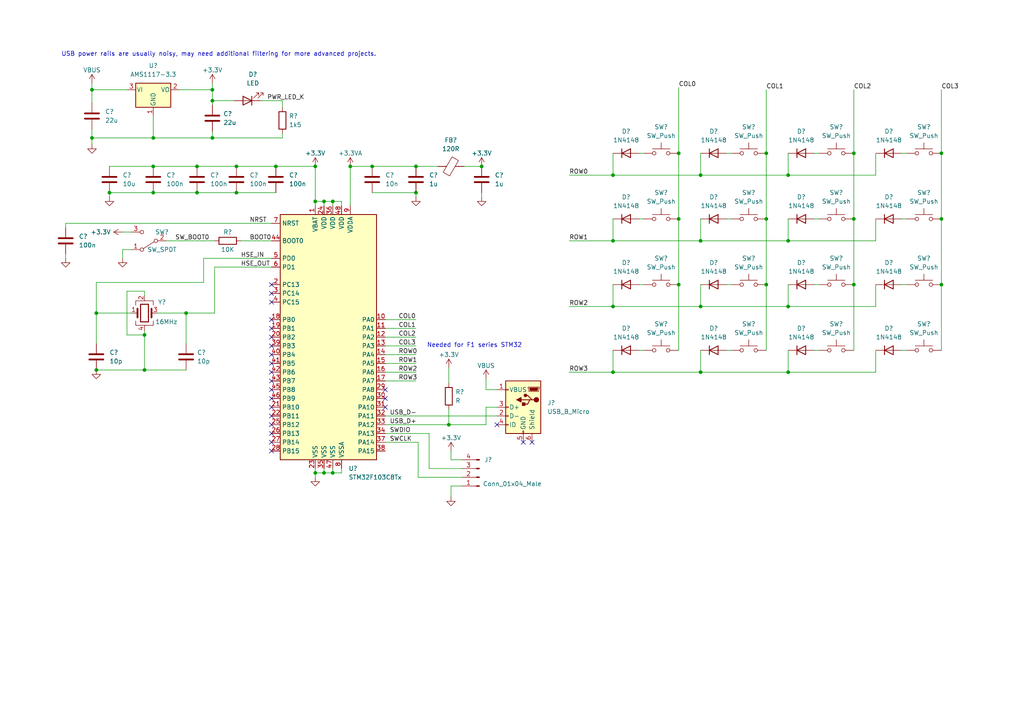
<source format=kicad_sch>
(kicad_sch (version 20211123) (generator eeschema)
  (paper "A4")
  (lib_symbols
    (symbol "Connector:Conn_01x04_Male" (pin_names (offset 1.016) hide)
      (property "Reference" "J" (at 0 5.08 0))
      (property "Value" "Conn_01x04_Male" (at 0 -7.62 0))
      (symbol "Conn_01x04_Male_1_1"
        (polyline (pts (xy 1.27 -5.08) (xy 0.8636 -5.08)) (stroke (width 0.1524)))
        (polyline (pts (xy 1.27 -2.54) (xy 0.8636 -2.54)) (stroke (width 0.1524)))
        (polyline (pts (xy 1.27 0) (xy 0.8636 0)) (stroke (width 0.1524)))
        (polyline (pts (xy 1.27 2.54) (xy 0.8636 2.54)) (stroke (width 0.1524)))
        (rectangle (start 0.8636 -4.953) (end 0 -5.207) (stroke (width 0.1524)) (fill (type outline)))
        (rectangle (start 0.8636 -2.413) (end 0 -2.667) (stroke (width 0.1524)) (fill (type outline)))
        (rectangle (start 0.8636 0.127) (end 0 -0.127) (stroke (width 0.1524)) (fill (type outline)))
        (rectangle (start 0.8636 2.667) (end 0 2.413) (stroke (width 0.1524)) (fill (type outline)))
        (pin passive line (at 5.08 2.54 180) (length 3.81) (name "Pin_1") (number "1"))
        (pin passive line (at 5.08 0 180) (length 3.81) (name "Pin_2") (number "2"))
        (pin passive line (at 5.08 -2.54 180) (length 3.81) (name "Pin_3") (number "3"))
        (pin passive line (at 5.08 -5.08 180) (length 3.81) (name "Pin_4") (number "4"))
      )
    )
    (symbol "Connector:USB_B_Micro" (pin_names (offset 1.016))
      (property "Reference" "J" (at -5.08 11.43 0))
      (property "Value" "USB_B_Micro" (at -5.08 8.89 0))
      (symbol "USB_B_Micro_0_1"
        (rectangle (start -5.08 -7.62) (end 5.08 7.62) (stroke (width 0.254)) (fill (type background)))
        (circle (center -3.81 2.159) (radius 0.635) (stroke (width 0.254)) (fill (type outline)))
        (circle (center -0.635 3.429) (radius 0.381) (stroke (width 0.254)) (fill (type outline)))
        (rectangle (start -0.127 -7.62) (end 0.127 -6.858))
        (polyline (pts (xy -1.905 2.159) (xy 0.635 2.159)) (stroke (width 0.254)))
        (polyline (pts (xy -3.175 2.159) (xy -2.54 2.159) (xy -1.27 3.429) (xy -0.635 3.429)) (stroke (width 0.254)))
        (polyline (pts (xy -2.54 2.159) (xy -1.905 2.159) (xy -1.27 0.889) (xy 0 0.889)) (stroke (width 0.254)))
        (polyline (pts (xy 0.635 2.794) (xy 0.635 1.524) (xy 1.905 2.159) (xy 0.635 2.794)) (stroke (width 0.254)) (fill (type outline)))
        (polyline (pts (xy -4.318 5.588) (xy -1.778 5.588) (xy -2.032 4.826) (xy -4.064 4.826) (xy -4.318 5.588)) (fill (type outline)))
        (polyline (pts (xy -4.699 5.842) (xy -4.699 5.588) (xy -4.445 4.826) (xy -4.445 4.572) (xy -1.651 4.572) (xy -1.651 4.826) (xy -1.397 5.588) (xy -1.397 5.842) (xy -4.699 5.842)))
        (rectangle (start 0.254 1.27) (end -0.508 0.508) (stroke (width 0.254)) (fill (type outline)))
        (rectangle (start 5.08 -5.207) (end 4.318 -4.953))
        (rectangle (start 5.08 -2.667) (end 4.318 -2.413))
        (rectangle (start 5.08 -0.127) (end 4.318 0.127))
        (rectangle (start 5.08 4.953) (end 4.318 5.207))
      )
      (symbol "USB_B_Micro_1_1"
        (pin power_out line (at 7.62 5.08 180) (length 2.54) (name "VBUS") (number "1"))
        (pin bidirectional line (at 7.62 -2.54 180) (length 2.54) (name "D-") (number "2"))
        (pin bidirectional line (at 7.62 0 180) (length 2.54) (name "D+") (number "3"))
        (pin passive line (at 7.62 -5.08 180) (length 2.54) (name "ID") (number "4"))
        (pin power_out line (at 0 -10.16 90) (length 2.54) (name "GND") (number "5"))
        (pin passive line (at -2.54 -10.16 90) (length 2.54) (name "Shield") (number "6"))
      )
    )
    (symbol "Device:C" (pin_numbers hide) (pin_names (offset 0.254))
      (property "Reference" "C" (at 0.635 2.54 0))
      (property "Value" "C" (at 0.635 -2.54 0))
      (symbol "C_0_1"
        (polyline (pts (xy -2.032 -0.762) (xy 2.032 -0.762)) (stroke (width 0.508)))
        (polyline (pts (xy -2.032 0.762) (xy 2.032 0.762)) (stroke (width 0.508)))
      )
      (symbol "C_1_1"
        (pin passive line (at 0 3.81 270) (length 2.794) (name "~") (number "1"))
        (pin passive line (at 0 -3.81 90) (length 2.794) (name "~") (number "2"))
      )
    )
    (symbol "Device:Crystal_GND24" (pin_names (offset 1.016) hide)
      (property "Reference" "Y" (at 3.175 5.08 0))
      (property "Value" "Crystal_GND24" (at 3.175 3.175 0))
      (symbol "Crystal_GND24_0_1"
        (rectangle (start -1.143 2.54) (end 1.143 -2.54) (stroke (width 0.3048)))
        (polyline (pts (xy -2.54 0) (xy -2.032 0)))
        (polyline (pts (xy -2.032 -1.27) (xy -2.032 1.27)) (stroke (width 0.508)))
        (polyline (pts (xy 0 -3.81) (xy 0 -3.556)))
        (polyline (pts (xy 0 3.556) (xy 0 3.81)))
        (polyline (pts (xy 2.032 -1.27) (xy 2.032 1.27)) (stroke (width 0.508)))
        (polyline (pts (xy 2.032 0) (xy 2.54 0)))
        (polyline (pts (xy -2.54 -2.286) (xy -2.54 -3.556) (xy 2.54 -3.556) (xy 2.54 -2.286)))
        (polyline (pts (xy -2.54 2.286) (xy -2.54 3.556) (xy 2.54 3.556) (xy 2.54 2.286)))
      )
      (symbol "Crystal_GND24_1_1"
        (pin passive line (at -3.81 0 0) (length 1.27) (name "1") (number "1"))
        (pin passive line (at 0 5.08 270) (length 1.27) (name "2") (number "2"))
        (pin passive line (at 3.81 0 180) (length 1.27) (name "3") (number "3"))
        (pin passive line (at 0 -5.08 90) (length 1.27) (name "4") (number "4"))
      )
    )
    (symbol "Device:FerriteBead" (pin_numbers hide) (pin_names (offset 0))
      (property "Reference" "FB" (at -3.81 0.635 90))
      (property "Value" "FerriteBead" (at 3.81 0 90))
      (symbol "FerriteBead_0_1"
        (polyline (pts (xy 0 -1.27) (xy 0 -1.2192)))
        (polyline (pts (xy 0 1.27) (xy 0 1.2954)))
        (polyline (pts (xy -2.7686 0.4064) (xy -1.7018 2.2606) (xy 2.7686 -0.3048) (xy 1.6764 -2.159) (xy -2.7686 0.4064)))
      )
      (symbol "FerriteBead_1_1"
        (pin passive line (at 0 3.81 270) (length 2.54) (name "~") (number "1"))
        (pin passive line (at 0 -3.81 90) (length 2.54) (name "~") (number "2"))
      )
    )
    (symbol "Device:LED" (pin_numbers hide) (pin_names (offset 1.016) hide)
      (property "Reference" "D" (at 0 2.54 0))
      (property "Value" "LED" (at 0 -2.54 0))
      (symbol "LED_0_1"
        (polyline (pts (xy -1.27 -1.27) (xy -1.27 1.27)) (stroke (width 0.254)))
        (polyline (pts (xy -1.27 0) (xy 1.27 0)))
        (polyline (pts (xy 1.27 -1.27) (xy 1.27 1.27) (xy -1.27 0) (xy 1.27 -1.27)) (stroke (width 0.254)))
        (polyline (pts (xy -3.048 -0.762) (xy -4.572 -2.286) (xy -3.81 -2.286) (xy -4.572 -2.286) (xy -4.572 -1.524)))
        (polyline (pts (xy -1.778 -0.762) (xy -3.302 -2.286) (xy -2.54 -2.286) (xy -3.302 -2.286) (xy -3.302 -1.524)))
      )
      (symbol "LED_1_1"
        (pin passive line (at -3.81 0 0) (length 2.54) (name "K") (number "1"))
        (pin passive line (at 3.81 0 180) (length 2.54) (name "A") (number "2"))
      )
    )
    (symbol "Device:R" (pin_numbers hide) (pin_names (offset 0))
      (property "Reference" "R" (at 2.032 0 90))
      (property "Value" "R" (at 0 0 90))
      (symbol "R_0_1"
        (rectangle (start -1.016 -2.54) (end 1.016 2.54) (stroke (width 0.254)))
      )
      (symbol "R_1_1"
        (pin passive line (at 0 3.81 270) (length 1.27) (name "~") (number "1"))
        (pin passive line (at 0 -3.81 90) (length 1.27) (name "~") (number "2"))
      )
    )
    (symbol "Diode:1N4148" (pin_numbers hide) (pin_names hide)
      (property "Reference" "D" (at 0 2.54 0))
      (property "Value" "1N4148" (at 0 -2.54 0))
      (symbol "1N4148_0_1"
        (polyline (pts (xy -1.27 1.27) (xy -1.27 -1.27)) (stroke (width 0.254)))
        (polyline (pts (xy 1.27 0) (xy -1.27 0)))
        (polyline (pts (xy 1.27 1.27) (xy 1.27 -1.27) (xy -1.27 0) (xy 1.27 1.27)) (stroke (width 0.254)))
      )
      (symbol "1N4148_1_1"
        (pin passive line (at -3.81 0 0) (length 2.54) (name "K") (number "1"))
        (pin passive line (at 3.81 0 180) (length 2.54) (name "A") (number "2"))
      )
    )
    (symbol "MCU_ST_STM32F1:STM32F103C8Tx"
      (property "Reference" "U" (at -15.24 36.83 0))
      (property "Value" "STM32F103C8Tx" (at 7.62 36.83 0))
      (symbol "STM32F103C8Tx_0_1"
        (rectangle (start -15.24 -35.56) (end 12.7 35.56) (stroke (width 0.254)) (fill (type background)))
      )
      (symbol "STM32F103C8Tx_1_1"
        (pin power_in line (at -5.08 38.1 270) (length 2.54) (name "VBAT") (number "1"))
        (pin bidirectional line (at 15.24 5.08 180) (length 2.54) (name "PA0") (number "10"))
        (pin bidirectional line (at 15.24 2.54 180) (length 2.54) (name "PA1") (number "11"))
        (pin bidirectional line (at 15.24 0 180) (length 2.54) (name "PA2") (number "12"))
        (pin bidirectional line (at 15.24 -2.54 180) (length 2.54) (name "PA3") (number "13"))
        (pin bidirectional line (at 15.24 -5.08 180) (length 2.54) (name "PA4") (number "14"))
        (pin bidirectional line (at 15.24 -7.62 180) (length 2.54) (name "PA5") (number "15"))
        (pin bidirectional line (at 15.24 -10.16 180) (length 2.54) (name "PA6") (number "16"))
        (pin bidirectional line (at 15.24 -12.7 180) (length 2.54) (name "PA7") (number "17"))
        (pin bidirectional line (at -17.78 5.08 0) (length 2.54) (name "PB0") (number "18"))
        (pin bidirectional line (at -17.78 2.54 0) (length 2.54) (name "PB1") (number "19"))
        (pin bidirectional line (at -17.78 15.24 0) (length 2.54) (name "PC13") (number "2"))
        (pin bidirectional line (at -17.78 0 0) (length 2.54) (name "PB2") (number "20"))
        (pin bidirectional line (at -17.78 -20.32 0) (length 2.54) (name "PB10") (number "21"))
        (pin bidirectional line (at -17.78 -22.86 0) (length 2.54) (name "PB11") (number "22"))
        (pin power_in line (at -5.08 -38.1 90) (length 2.54) (name "VSS") (number "23"))
        (pin power_in line (at -2.54 38.1 270) (length 2.54) (name "VDD") (number "24"))
        (pin bidirectional line (at -17.78 -25.4 0) (length 2.54) (name "PB12") (number "25"))
        (pin bidirectional line (at -17.78 -27.94 0) (length 2.54) (name "PB13") (number "26"))
        (pin bidirectional line (at -17.78 -30.48 0) (length 2.54) (name "PB14") (number "27"))
        (pin bidirectional line (at -17.78 -33.02 0) (length 2.54) (name "PB15") (number "28"))
        (pin bidirectional line (at 15.24 -15.24 180) (length 2.54) (name "PA8") (number "29"))
        (pin bidirectional line (at -17.78 12.7 0) (length 2.54) (name "PC14") (number "3"))
        (pin bidirectional line (at 15.24 -17.78 180) (length 2.54) (name "PA9") (number "30"))
        (pin bidirectional line (at 15.24 -20.32 180) (length 2.54) (name "PA10") (number "31"))
        (pin bidirectional line (at 15.24 -22.86 180) (length 2.54) (name "PA11") (number "32"))
        (pin bidirectional line (at 15.24 -25.4 180) (length 2.54) (name "PA12") (number "33"))
        (pin bidirectional line (at 15.24 -27.94 180) (length 2.54) (name "PA13") (number "34"))
        (pin power_in line (at -2.54 -38.1 90) (length 2.54) (name "VSS") (number "35"))
        (pin power_in line (at 0 38.1 270) (length 2.54) (name "VDD") (number "36"))
        (pin bidirectional line (at 15.24 -30.48 180) (length 2.54) (name "PA14") (number "37"))
        (pin bidirectional line (at 15.24 -33.02 180) (length 2.54) (name "PA15") (number "38"))
        (pin bidirectional line (at -17.78 -2.54 0) (length 2.54) (name "PB3") (number "39"))
        (pin bidirectional line (at -17.78 10.16 0) (length 2.54) (name "PC15") (number "4"))
        (pin bidirectional line (at -17.78 -5.08 0) (length 2.54) (name "PB4") (number "40"))
        (pin bidirectional line (at -17.78 -7.62 0) (length 2.54) (name "PB5") (number "41"))
        (pin bidirectional line (at -17.78 -10.16 0) (length 2.54) (name "PB6") (number "42"))
        (pin bidirectional line (at -17.78 -12.7 0) (length 2.54) (name "PB7") (number "43"))
        (pin input line (at -17.78 27.94 0) (length 2.54) (name "BOOT0") (number "44"))
        (pin bidirectional line (at -17.78 -15.24 0) (length 2.54) (name "PB8") (number "45"))
        (pin bidirectional line (at -17.78 -17.78 0) (length 2.54) (name "PB9") (number "46"))
        (pin power_in line (at 0 -38.1 90) (length 2.54) (name "VSS") (number "47"))
        (pin power_in line (at 2.54 38.1 270) (length 2.54) (name "VDD") (number "48"))
        (pin input line (at -17.78 22.86 0) (length 2.54) (name "PD0") (number "5"))
        (pin input line (at -17.78 20.32 0) (length 2.54) (name "PD1") (number "6"))
        (pin input line (at -17.78 33.02 0) (length 2.54) (name "NRST") (number "7"))
        (pin power_in line (at 2.54 -38.1 90) (length 2.54) (name "VSSA") (number "8"))
        (pin power_in line (at 5.08 38.1 270) (length 2.54) (name "VDDA") (number "9"))
      )
    )
    (symbol "Regulator_Linear:AMS1117-3.3" (pin_names (offset 0.254))
      (property "Reference" "U" (at -3.81 3.175 0))
      (property "Value" "AMS1117-3.3" (at 0 3.175 0))
      (symbol "AMS1117-3.3_0_1"
        (rectangle (start -5.08 -5.08) (end 5.08 1.905) (stroke (width 0.254)) (fill (type background)))
      )
      (symbol "AMS1117-3.3_1_1"
        (pin power_in line (at 0 -7.62 90) (length 2.54) (name "GND") (number "1"))
        (pin power_out line (at 7.62 0 180) (length 2.54) (name "VO") (number "2"))
        (pin power_in line (at -7.62 0 0) (length 2.54) (name "VI") (number "3"))
      )
    )
    (symbol "Switch:SW_Push" (pin_numbers hide) (pin_names (offset 1.016) hide)
      (property "Reference" "SW" (at 1.27 2.54 0))
      (property "Value" "SW_Push" (at 0 -1.524 0))
      (symbol "SW_Push_0_1"
        (circle (center -2.032 0) (radius 0.508))
        (polyline (pts (xy 0 1.27) (xy 0 3.048)))
        (polyline (pts (xy 2.54 1.27) (xy -2.54 1.27)))
        (circle (center 2.032 0) (radius 0.508))
        (pin passive line (at -5.08 0 0) (length 2.54) (name "1") (number "1"))
        (pin passive line (at 5.08 0 180) (length 2.54) (name "2") (number "2"))
      )
    )
    (symbol "Switch:SW_SPDT" (pin_names (offset 0) hide)
      (property "Reference" "SW" (at 0 4.318 0))
      (property "Value" "SW_SPDT" (at 0 -5.08 0))
      (symbol "SW_SPDT_0_0"
        (circle (center -2.032 0) (radius 0.508))
        (circle (center 2.032 -2.54) (radius 0.508))
      )
      (symbol "SW_SPDT_0_1"
        (polyline (pts (xy -1.524 0.254) (xy 1.651 2.286)))
        (circle (center 2.032 2.54) (radius 0.508))
      )
      (symbol "SW_SPDT_1_1"
        (pin passive line (at 5.08 2.54 180) (length 2.54) (name "A") (number "1"))
        (pin passive line (at -5.08 0 0) (length 2.54) (name "B") (number "2"))
        (pin passive line (at 5.08 -2.54 180) (length 2.54) (name "C") (number "3"))
      )
    )
    (symbol "power:+3.3V" (power) (pin_names (offset 0))
      (property "Value" "+3.3V" (at 0 3.556 0))
      (symbol "+3.3V_0_1"
        (polyline (pts (xy -0.762 1.27) (xy 0 2.54)))
        (polyline (pts (xy 0 0) (xy 0 2.54)))
        (polyline (pts (xy 0 2.54) (xy 0.762 1.27)))
      )
      (symbol "+3.3V_1_1"
        (pin power_in line (at 0 0 90) (length 0) hide (name "+3.3V") (number "1"))
      )
    )
    (symbol "power:+3.3VA" (power) (pin_names (offset 0))
      (property "Value" "+3.3VA" (at 0 3.556 0))
      (symbol "+3.3VA_0_1"
        (polyline (pts (xy -0.762 1.27) (xy 0 2.54)))
        (polyline (pts (xy 0 0) (xy 0 2.54)))
        (polyline (pts (xy 0 2.54) (xy 0.762 1.27)))
      )
      (symbol "+3.3VA_1_1"
        (pin power_in line (at 0 0 90) (length 0) hide (name "+3.3VA") (number "1"))
      )
    )
    (symbol "power:GND" (power) (pin_names (offset 0))
      (property "Value" "GND" (at 0 -3.81 0))
      (symbol "GND_0_1"
        (polyline (pts (xy 0 0) (xy 0 -1.27) (xy 1.27 -1.27) (xy 0 -2.54) (xy -1.27 -1.27) (xy 0 -1.27)))
      )
      (symbol "GND_1_1"
        (pin power_in line (at 0 0 270) (length 0) hide (name "GND") (number "1"))
      )
    )
    (symbol "power:VBUS" (power) (pin_names (offset 0))
      (property "Value" "VBUS" (at 0 3.81 0))
      (symbol "VBUS_0_1"
        (polyline (pts (xy -0.762 1.27) (xy 0 2.54)))
        (polyline (pts (xy 0 0) (xy 0 2.54)))
        (polyline (pts (xy 0 2.54) (xy 0.762 1.27)))
      )
      (symbol "VBUS_1_1"
        (pin power_in line (at 0 0 90) (length 0) hide (name "VBUS") (number "1"))
      )
    )
  )
  (junction (at 44.45 40.005))
  (junction (at 177.8 69.85))
  (junction (at 26.67 40.005))
  (junction (at 91.44 137.16))
  (junction (at 27.94 90.805))
  (junction (at 222.25 63.5))
  (junction (at 196.85 63.5))
  (junction (at 96.52 137.16))
  (junction (at 273.05 44.45))
  (junction (at 91.44 48.26))
  (junction (at 273.05 82.55))
  (junction (at 27.94 107.315))
  (junction (at 273.05 63.5))
  (junction (at 68.58 48.26))
  (junction (at 44.45 55.88))
  (junction (at 222.25 82.55))
  (junction (at 247.65 63.5))
  (junction (at 41.91 97.155))
  (junction (at 203.2 50.8))
  (junction (at 228.6 88.9))
  (junction (at 44.45 48.26))
  (junction (at 196.85 44.45))
  (junction (at 228.6 69.85))
  (junction (at 130.175 123.19))
  (junction (at 93.98 137.16))
  (junction (at 96.52 58.42))
  (junction (at 177.8 88.9))
  (junction (at 61.595 26.035))
  (junction (at 228.6 50.8))
  (junction (at 203.2 88.9))
  (junction (at 57.15 55.88))
  (junction (at 26.67 26.035))
  (junction (at 222.25 44.45))
  (junction (at 93.98 58.42))
  (junction (at 61.595 40.005))
  (junction (at 57.15 48.26))
  (junction (at 177.8 107.95))
  (junction (at 68.58 55.88))
  (junction (at 53.975 90.805))
  (junction (at 139.7 48.26))
  (junction (at 120.65 48.26))
  (junction (at 41.91 107.315))
  (junction (at 177.8 50.8))
  (junction (at 203.2 69.85))
  (junction (at 101.6 48.26))
  (junction (at 247.65 82.55))
  (junction (at 80.01 48.26))
  (junction (at 247.65 44.45))
  (junction (at 61.595 29.21))
  (junction (at 31.75 55.88))
  (junction (at 120.65 55.88))
  (junction (at 91.44 58.42))
  (junction (at 196.85 82.55))
  (junction (at 107.95 48.26))
  (junction (at 228.6 107.95))
  (junction (at 203.2 107.95))
  (no_connect (at 78.74 123.19))
  (no_connect (at 78.74 118.11))
  (no_connect (at 78.74 105.41))
  (no_connect (at 78.74 113.03))
  (no_connect (at 78.74 82.55))
  (no_connect (at 78.74 120.65))
  (no_connect (at 151.765 128.27))
  (no_connect (at 154.305 128.27))
  (no_connect (at 78.74 92.71))
  (no_connect (at 78.74 128.27))
  (no_connect (at 144.145 123.19))
  (no_connect (at 78.74 100.33))
  (no_connect (at 78.74 115.57))
  (no_connect (at 111.76 113.03))
  (no_connect (at 78.74 125.73))
  (no_connect (at 78.74 110.49))
  (no_connect (at 78.74 107.95))
  (no_connect (at 78.74 95.25))
  (no_connect (at 78.74 102.87))
  (no_connect (at 78.74 97.79))
  (no_connect (at 111.76 115.57))
  (no_connect (at 78.74 87.63))
  (no_connect (at 111.76 118.11))
  (no_connect (at 78.74 130.81))
  (no_connect (at 78.74 85.09))
  (wire (pts (xy 111.76 97.79) (xy 120.65 97.79)))
  (wire (pts (xy 185.42 63.5) (xy 186.69 63.5)))
  (wire (pts (xy 35.56 72.39) (xy 35.56 74.93)))
  (wire (pts (xy 107.95 48.26) (xy 120.65 48.26)))
  (wire (pts (xy 31.75 55.88) (xy 31.75 57.15)))
  (wire (pts (xy 203.2 88.9) (xy 228.6 88.9)))
  (wire (pts (xy 61.595 38.1) (xy 61.595 40.005)))
  (wire (pts (xy 130.175 106.68) (xy 130.175 111.125)))
  (wire (pts (xy 273.05 63.5) (xy 273.05 82.55)))
  (wire (pts (xy 261.62 82.55) (xy 262.89 82.55)))
  (wire (pts (xy 111.76 105.41) (xy 120.65 105.41)))
  (wire (pts (xy 210.82 101.6) (xy 212.09 101.6)))
  (wire (pts (xy 210.82 44.45) (xy 212.09 44.45)))
  (wire (pts (xy 27.94 90.805) (xy 38.1 90.805)))
  (wire (pts (xy 120.65 48.26) (xy 127 48.26)))
  (wire (pts (xy 222.25 26.035) (xy 222.25 44.45)))
  (wire (pts (xy 228.6 44.45) (xy 228.6 50.8)))
  (wire (pts (xy 124.46 135.89) (xy 133.985 135.89)))
  (wire (pts (xy 203.2 82.55) (xy 203.2 88.9)))
  (wire (pts (xy 27.94 107.315) (xy 41.91 107.315)))
  (wire (pts (xy 62.23 77.47) (xy 78.74 77.47)))
  (wire (pts (xy 96.52 58.42) (xy 96.52 59.69)))
  (wire (pts (xy 45.72 90.805) (xy 53.975 90.805)))
  (wire (pts (xy 26.67 26.035) (xy 26.67 29.845)))
  (wire (pts (xy 236.22 44.45) (xy 237.49 44.45)))
  (wire (pts (xy 93.98 58.42) (xy 93.98 59.69)))
  (wire (pts (xy 130.175 118.745) (xy 130.175 123.19)))
  (wire (pts (xy 203.2 63.5) (xy 203.2 69.85)))
  (wire (pts (xy 140.97 118.11) (xy 140.97 123.19)))
  (wire (pts (xy 75.565 29.21) (xy 81.915 29.21)))
  (wire (pts (xy 41.91 84.455) (xy 36.83 84.455)))
  (wire (pts (xy 26.67 40.005) (xy 26.67 41.91)))
  (wire (pts (xy 196.85 44.45) (xy 196.85 63.5)))
  (wire (pts (xy 96.52 58.42) (xy 99.06 58.42)))
  (wire (pts (xy 61.595 26.035) (xy 61.595 29.21)))
  (wire (pts (xy 254 63.5) (xy 254 69.85)))
  (wire (pts (xy 121.285 128.27) (xy 121.285 138.43)))
  (wire (pts (xy 91.44 48.26) (xy 91.44 58.42)))
  (wire (pts (xy 61.595 29.21) (xy 67.945 29.21)))
  (wire (pts (xy 140.97 109.855) (xy 140.97 113.03)))
  (wire (pts (xy 53.975 90.805) (xy 53.975 99.695)))
  (wire (pts (xy 203.2 50.8) (xy 228.6 50.8)))
  (wire (pts (xy 111.76 107.95) (xy 120.65 107.95)))
  (wire (pts (xy 101.6 48.26) (xy 107.95 48.26)))
  (wire (pts (xy 19.05 64.77) (xy 19.05 66.04)))
  (wire (pts (xy 165.1 50.8) (xy 177.8 50.8)))
  (wire (pts (xy 165.1 88.9) (xy 177.8 88.9)))
  (wire (pts (xy 247.65 63.5) (xy 247.65 82.55)))
  (wire (pts (xy 96.52 137.16) (xy 99.06 137.16)))
  (wire (pts (xy 80.01 48.26) (xy 91.44 48.26)))
  (wire (pts (xy 177.8 107.95) (xy 203.2 107.95)))
  (wire (pts (xy 177.8 82.55) (xy 177.8 88.9)))
  (wire (pts (xy 133.985 140.97) (xy 130.81 140.97)))
  (wire (pts (xy 165.1 69.85) (xy 177.8 69.85)))
  (wire (pts (xy 130.81 133.35) (xy 130.81 130.81)))
  (wire (pts (xy 31.75 48.26) (xy 44.45 48.26)))
  (wire (pts (xy 53.975 90.805) (xy 62.23 90.805)))
  (wire (pts (xy 177.8 69.85) (xy 203.2 69.85)))
  (wire (pts (xy 177.8 63.5) (xy 177.8 69.85)))
  (wire (pts (xy 111.76 110.49) (xy 120.65 110.49)))
  (wire (pts (xy 185.42 82.55) (xy 186.69 82.55)))
  (wire (pts (xy 52.07 26.035) (xy 61.595 26.035)))
  (wire (pts (xy 101.6 48.26) (xy 101.6 59.69)))
  (wire (pts (xy 177.8 44.45) (xy 177.8 50.8)))
  (wire (pts (xy 247.65 26.035) (xy 247.65 44.45)))
  (wire (pts (xy 111.76 120.65) (xy 144.145 120.65)))
  (wire (pts (xy 111.76 128.27) (xy 121.285 128.27)))
  (wire (pts (xy 130.175 123.19) (xy 140.97 123.19)))
  (wire (pts (xy 196.85 63.5) (xy 196.85 82.55)))
  (wire (pts (xy 91.44 137.16) (xy 93.98 137.16)))
  (wire (pts (xy 124.46 125.73) (xy 124.46 135.89)))
  (wire (pts (xy 48.26 69.85) (xy 62.23 69.85)))
  (wire (pts (xy 254 44.45) (xy 254 50.8)))
  (wire (pts (xy 35.56 67.31) (xy 38.1 67.31)))
  (wire (pts (xy 57.15 48.26) (xy 68.58 48.26)))
  (wire (pts (xy 99.06 58.42) (xy 99.06 59.69)))
  (wire (pts (xy 228.6 69.85) (xy 254 69.85)))
  (wire (pts (xy 185.42 44.45) (xy 186.69 44.45)))
  (wire (pts (xy 61.595 40.005) (xy 44.45 40.005)))
  (wire (pts (xy 19.05 64.77) (xy 78.74 64.77)))
  (wire (pts (xy 261.62 44.45) (xy 262.89 44.45)))
  (wire (pts (xy 41.91 85.725) (xy 41.91 84.455)))
  (wire (pts (xy 91.44 137.16) (xy 91.44 138.43)))
  (wire (pts (xy 44.45 48.26) (xy 57.15 48.26)))
  (wire (pts (xy 41.91 97.155) (xy 41.91 95.885)))
  (wire (pts (xy 19.05 73.66) (xy 19.05 74.93)))
  (wire (pts (xy 111.76 95.25) (xy 120.65 95.25)))
  (wire (pts (xy 36.83 84.455) (xy 36.83 97.155)))
  (wire (pts (xy 228.6 107.95) (xy 254 107.95)))
  (wire (pts (xy 36.83 26.035) (xy 26.67 26.035)))
  (wire (pts (xy 62.23 90.805) (xy 62.23 77.47)))
  (wire (pts (xy 91.44 58.42) (xy 91.44 59.69)))
  (wire (pts (xy 236.22 82.55) (xy 237.49 82.55)))
  (wire (pts (xy 222.25 44.45) (xy 222.25 63.5)))
  (wire (pts (xy 96.52 135.89) (xy 96.52 137.16)))
  (wire (pts (xy 91.44 58.42) (xy 93.98 58.42)))
  (wire (pts (xy 228.6 50.8) (xy 254 50.8)))
  (wire (pts (xy 38.1 72.39) (xy 35.56 72.39)))
  (wire (pts (xy 222.25 63.5) (xy 222.25 82.55)))
  (wire (pts (xy 203.2 44.45) (xy 203.2 50.8)))
  (wire (pts (xy 222.25 82.55) (xy 222.25 101.6)))
  (wire (pts (xy 273.05 26.035) (xy 273.05 44.45)))
  (wire (pts (xy 111.76 102.87) (xy 120.65 102.87)))
  (wire (pts (xy 247.65 82.55) (xy 247.65 101.6)))
  (wire (pts (xy 111.76 92.71) (xy 120.65 92.71)))
  (wire (pts (xy 254 101.6) (xy 254 107.95)))
  (wire (pts (xy 261.62 63.5) (xy 262.89 63.5)))
  (wire (pts (xy 144.145 118.11) (xy 140.97 118.11)))
  (wire (pts (xy 68.58 48.26) (xy 80.01 48.26)))
  (wire (pts (xy 111.76 123.19) (xy 130.175 123.19)))
  (wire (pts (xy 31.75 55.88) (xy 44.45 55.88)))
  (wire (pts (xy 203.2 101.6) (xy 203.2 107.95)))
  (wire (pts (xy 196.85 25.4) (xy 196.85 44.45)))
  (wire (pts (xy 93.98 137.16) (xy 96.52 137.16)))
  (wire (pts (xy 61.595 29.21) (xy 61.595 30.48)))
  (wire (pts (xy 26.67 24.13) (xy 26.67 26.035)))
  (wire (pts (xy 27.94 90.805) (xy 27.94 99.695)))
  (wire (pts (xy 228.6 101.6) (xy 228.6 107.95)))
  (wire (pts (xy 93.98 58.42) (xy 96.52 58.42)))
  (wire (pts (xy 27.94 81.915) (xy 27.94 90.805)))
  (wire (pts (xy 228.6 63.5) (xy 228.6 69.85)))
  (wire (pts (xy 91.44 135.89) (xy 91.44 137.16)))
  (wire (pts (xy 236.22 101.6) (xy 237.49 101.6)))
  (wire (pts (xy 273.05 44.45) (xy 273.05 63.5)))
  (wire (pts (xy 228.6 88.9) (xy 254 88.9)))
  (wire (pts (xy 111.76 100.33) (xy 120.65 100.33)))
  (wire (pts (xy 121.285 138.43) (xy 133.985 138.43)))
  (wire (pts (xy 236.22 63.5) (xy 237.49 63.5)))
  (wire (pts (xy 44.45 55.88) (xy 57.15 55.88)))
  (wire (pts (xy 81.915 29.21) (xy 81.915 31.115)))
  (wire (pts (xy 139.7 55.88) (xy 139.7 57.15)))
  (wire (pts (xy 177.8 50.8) (xy 203.2 50.8)))
  (wire (pts (xy 196.85 82.55) (xy 196.85 101.6)))
  (wire (pts (xy 185.42 101.6) (xy 186.69 101.6)))
  (wire (pts (xy 41.91 97.155) (xy 41.91 107.315)))
  (wire (pts (xy 254 82.55) (xy 254 88.9)))
  (wire (pts (xy 107.95 55.88) (xy 120.65 55.88)))
  (wire (pts (xy 93.98 135.89) (xy 93.98 137.16)))
  (wire (pts (xy 210.82 82.55) (xy 212.09 82.55)))
  (wire (pts (xy 203.2 69.85) (xy 228.6 69.85)))
  (wire (pts (xy 120.65 55.88) (xy 120.65 57.15)))
  (wire (pts (xy 99.06 135.89) (xy 99.06 137.16)))
  (wire (pts (xy 210.82 63.5) (xy 212.09 63.5)))
  (wire (pts (xy 26.67 40.005) (xy 26.67 37.465)))
  (wire (pts (xy 111.76 125.73) (xy 124.46 125.73)))
  (wire (pts (xy 247.65 44.45) (xy 247.65 63.5)))
  (wire (pts (xy 59.055 81.915) (xy 27.94 81.915)))
  (wire (pts (xy 177.8 88.9) (xy 203.2 88.9)))
  (wire (pts (xy 133.985 133.35) (xy 130.81 133.35)))
  (wire (pts (xy 273.05 82.55) (xy 273.05 101.6)))
  (wire (pts (xy 134.62 48.26) (xy 139.7 48.26)))
  (wire (pts (xy 165.1 107.95) (xy 177.8 107.95)))
  (wire (pts (xy 261.62 101.6) (xy 262.89 101.6)))
  (wire (pts (xy 44.45 33.655) (xy 44.45 40.005)))
  (wire (pts (xy 177.8 101.6) (xy 177.8 107.95)))
  (wire (pts (xy 41.91 107.315) (xy 53.975 107.315)))
  (wire (pts (xy 228.6 82.55) (xy 228.6 88.9)))
  (wire (pts (xy 130.81 140.97) (xy 130.81 144.145)))
  (wire (pts (xy 68.58 55.88) (xy 80.01 55.88)))
  (wire (pts (xy 81.915 38.735) (xy 81.915 40.005)))
  (wire (pts (xy 44.45 40.005) (xy 26.67 40.005)))
  (wire (pts (xy 140.97 113.03) (xy 144.145 113.03)))
  (wire (pts (xy 59.055 74.93) (xy 59.055 81.915)))
  (wire (pts (xy 61.595 24.13) (xy 61.595 26.035)))
  (wire (pts (xy 81.915 40.005) (xy 61.595 40.005)))
  (wire (pts (xy 78.74 74.93) (xy 59.055 74.93)))
  (wire (pts (xy 57.15 55.88) (xy 68.58 55.88)))
  (wire (pts (xy 203.2 107.95) (xy 228.6 107.95)))
  (wire (pts (xy 69.85 69.85) (xy 78.74 69.85)))
  (wire (pts (xy 36.83 97.155) (xy 41.91 97.155)))
  (text "Needed for F1 series STM32" (at 123.825 100.965 0) (effects (font (size 1.27 1.27)) (justify left bottom)))
  (text "USB power rails are usually noisy, may need additional filtering for more advanced projects." (at 17.78 16.51 0) (effects (font (size 1.27 1.27)) (justify left bottom)))
  (label "HSE_OUT" (at 69.85 77.47 0))
  (label "BOOT0" (at 72.39 69.85 0))
  (label "ROW1" (at 165.1 69.85 0))
  (label "ROW3" (at 115.57 110.49 0))
  (label "COL2" (at 115.57 97.79 0))
  (label "USB_D-" (at 113.03 120.65 0))
  (label "ROW3" (at 165.1 107.95 0))
  (label "COL3" (at 273.05 26.035 0))
  (label "COL0" (at 196.85 25.4 0))
  (label "COL0" (at 115.57 92.71 0))
  (label "SWDIO" (at 113.03 125.73 0))
  (label "ROW2" (at 165.1 88.9 0))
  (label "USB_D+" (at 113.03 123.19 0))
  (label "SW_BOOT0" (at 50.8 69.85 0))
  (label "ROW2" (at 115.57 107.95 0))
  (label "COL2" (at 247.65 26.035 0))
  (label "ROW0" (at 115.57 102.87 0))
  (label "COL1" (at 115.57 95.25 0))
  (label "COL1" (at 222.25 26.035 0))
  (label "PWR_LED_K" (at 77.47 29.21 0))
  (label "COL3" (at 115.57 100.33 0))
  (label "ROW1" (at 115.57 105.41 0))
  (label "SWCLK" (at 113.03 128.27 0))
  (label "HSE_IN" (at 69.85 74.93 0))
  (label "ROW0" (at 165.1 50.8 0))
  (label "NRST" (at 72.39 64.77 0))
  (symbol (lib_id "Diode:1N4148") (at 181.61 44.45 0) (unit 1)
    (property "Reference" "D?" (at 181.61 38.1 0))
    (property "Value" "1N4148" (at 181.61 40.64 0))
    (property "Footprint" "Diode_THT:D_DO-35_SOD27_P7.62mm_Horizontal" (effects hide))
    (property "Datasheet" "https://assets.nexperia.com/documents/data-sheet/1N4148_1N4448.pdf" (effects hide))
  )
  (symbol (lib_id "Device:C") (at 44.45 52.07 0) (unit 1)
    (property "Reference" "C?" (at 48.26 50.7999 0) (effects (justify left)))
    (property "Value" "100n" (at 48.26 53.3399 0) (effects (justify left)))
  )
  (symbol (lib_id "power:VBUS") (at 26.67 24.13 0) (unit 1)
    (property "Reference" "#PWR0105" (effects hide))
    (property "Value" "VBUS" (at 26.67 20.32 0))
  )
  (symbol (lib_id "Device:C") (at 57.15 52.07 0) (unit 1)
    (property "Reference" "C?" (at 60.96 50.7999 0) (effects (justify left)))
    (property "Value" "100n" (at 60.96 53.3399 0) (effects (justify left)))
  )
  (symbol (lib_id "Switch:SW_Push") (at 242.57 44.45 0) (unit 1)
    (property "Reference" "SW?" (at 242.57 36.83 0))
    (property "Value" "SW_Push" (at 242.57 39.37 0))
  )
  (symbol (lib_id "power:+3.3V") (at 139.7 48.26 0) (unit 1)
    (property "Reference" "#PWR0117" (effects hide))
    (property "Value" "+3.3V" (at 139.7 44.45 0))
  )
  (symbol (lib_id "Switch:SW_Push") (at 191.77 44.45 0) (unit 1)
    (property "Reference" "SW?" (at 191.77 36.83 0))
    (property "Value" "SW_Push" (at 191.77 39.37 0))
  )
  (symbol (lib_id "Diode:1N4148") (at 232.41 44.45 0) (unit 1)
    (property "Reference" "D?" (at 232.41 38.1 0))
    (property "Value" "1N4148" (at 232.41 40.64 0))
    (property "Footprint" "Diode_THT:D_DO-35_SOD27_P7.62mm_Horizontal" (effects hide))
    (property "Datasheet" "https://assets.nexperia.com/documents/data-sheet/1N4148_1N4448.pdf" (effects hide))
  )
  (symbol (lib_id "power:+3.3V") (at 130.175 106.68 0) (unit 1)
    (property "Reference" "#PWR0115" (effects hide))
    (property "Value" "+3.3V" (at 130.175 102.87 0))
  )
  (symbol (lib_id "Switch:SW_Push") (at 191.77 63.5 0) (unit 1)
    (property "Reference" "SW?" (at 191.77 55.88 0))
    (property "Value" "SW_Push" (at 191.77 58.42 0))
  )
  (symbol (lib_id "Device:C") (at 80.01 52.07 0) (unit 1)
    (property "Reference" "C?" (at 83.82 50.7999 0) (effects (justify left)))
    (property "Value" "100n" (at 83.82 53.3399 0) (effects (justify left)))
  )
  (symbol (lib_id "Diode:1N4148") (at 232.41 82.55 0) (unit 1)
    (property "Reference" "D?" (at 232.41 76.2 0))
    (property "Value" "1N4148" (at 232.41 78.74 0))
    (property "Footprint" "Diode_THT:D_DO-35_SOD27_P7.62mm_Horizontal" (effects hide))
    (property "Datasheet" "https://assets.nexperia.com/documents/data-sheet/1N4148_1N4448.pdf" (effects hide))
  )
  (symbol (lib_id "Diode:1N4148") (at 181.61 63.5 0) (unit 1)
    (property "Reference" "D?" (at 181.61 57.15 0))
    (property "Value" "1N4148" (at 181.61 59.69 0))
    (property "Footprint" "Diode_THT:D_DO-35_SOD27_P7.62mm_Horizontal" (effects hide))
    (property "Datasheet" "https://assets.nexperia.com/documents/data-sheet/1N4148_1N4448.pdf" (effects hide))
  )
  (symbol (lib_id "power:VBUS") (at 140.97 109.855 0) (unit 1)
    (property "Reference" "#PWR0116" (effects hide))
    (property "Value" "VBUS" (at 140.97 106.045 0))
  )
  (symbol (lib_id "power:GND") (at 35.56 74.93 0) (unit 1)
    (property "Reference" "#PWR0108" (effects hide))
    (property "Value" "GND" (effects hide))
  )
  (symbol (lib_id "Device:FerriteBead") (at 130.81 48.26 90) (unit 1)
    (property "Reference" "FB?" (at 130.7592 40.64 90))
    (property "Value" "120R" (at 130.7592 43.18 90))
  )
  (symbol (lib_id "power:+3.3VA") (at 101.6 48.26 0) (unit 1)
    (property "Reference" "#PWR0102" (effects hide))
    (property "Value" "+3.3VA" (at 101.6 44.45 0))
  )
  (symbol (lib_id "Device:C") (at 31.75 52.07 0) (unit 1)
    (property "Reference" "C?" (at 35.56 50.7999 0) (effects (justify left)))
    (property "Value" "10u" (at 35.56 53.3399 0) (effects (justify left)))
  )
  (symbol (lib_id "Connector:Conn_01x04_Male") (at 139.065 138.43 180) (unit 1)
    (property "Reference" "J?" (at 141.605 133.35 0))
    (property "Value" "Conn_01x04_Male" (at 148.59 140.335 0))
  )
  (symbol (lib_id "Switch:SW_Push") (at 267.97 101.6 0) (unit 1)
    (property "Reference" "SW?" (at 267.97 93.98 0))
    (property "Value" "SW_Push" (at 267.97 96.52 0))
  )
  (symbol (lib_id "Switch:SW_Push") (at 242.57 82.55 0) (unit 1)
    (property "Reference" "SW?" (at 242.57 74.93 0))
    (property "Value" "SW_Push" (at 242.57 77.47 0))
  )
  (symbol (lib_id "Switch:SW_SPDT") (at 43.18 69.85 180) (unit 1)
    (property "Reference" "SW?" (at 46.99 67.31 0))
    (property "Value" "SW_SPDT" (at 46.99 72.39 0))
  )
  (symbol (lib_id "Device:R") (at 81.915 34.925 0) (unit 1)
    (property "Reference" "R?" (at 83.82 33.6549 0) (effects (justify left)))
    (property "Value" "1k5" (at 83.82 36.1949 0) (effects (justify left)))
  )
  (symbol (lib_id "Device:C") (at 53.975 103.505 0) (unit 1)
    (property "Reference" "C?" (at 57.15 102.2349 0) (effects (justify left)))
    (property "Value" "10p" (at 57.15 104.7749 0) (effects (justify left)))
  )
  (symbol (lib_id "Switch:SW_Push") (at 217.17 82.55 0) (unit 1)
    (property "Reference" "SW?" (at 217.17 74.93 0))
    (property "Value" "SW_Push" (at 217.17 77.47 0))
  )
  (symbol (lib_id "MCU_ST_STM32F1:STM32F103C8Tx") (at 96.52 97.79 0) (unit 1)
    (property "Reference" "U?" (at 101.0794 135.89 0) (effects (justify left)))
    (property "Value" "STM32F103C8Tx" (at 101.0794 138.43 0) (effects (justify left)))
    (property "Footprint" "Package_QFP:LQFP-48_7x7mm_P0.5mm" (effects hide))
    (property "Datasheet" "http://www.st.com/st-web-ui/static/active/en/resource/technical/document/datasheet/CD00161566.pdf" (effects hide))
  )
  (symbol (lib_id "Device:C") (at 107.95 52.07 0) (unit 1)
    (property "Reference" "C?" (at 111.76 50.7999 0) (effects (justify left)))
    (property "Value" "10n" (at 111.76 53.3399 0) (effects (justify left)))
  )
  (symbol (lib_id "power:GND") (at 91.44 138.43 0) (unit 1)
    (property "Reference" "#PWR0109" (effects hide))
    (property "Value" "GND" (effects hide))
  )
  (symbol (lib_id "Switch:SW_Push") (at 267.97 44.45 0) (unit 1)
    (property "Reference" "SW?" (at 267.97 36.83 0))
    (property "Value" "SW_Push" (at 267.97 39.37 0))
  )
  (symbol (lib_id "Diode:1N4148") (at 181.61 82.55 0) (unit 1)
    (property "Reference" "D?" (at 181.61 76.2 0))
    (property "Value" "1N4148" (at 181.61 78.74 0))
    (property "Footprint" "Diode_THT:D_DO-35_SOD27_P7.62mm_Horizontal" (effects hide))
    (property "Datasheet" "https://assets.nexperia.com/documents/data-sheet/1N4148_1N4448.pdf" (effects hide))
  )
  (symbol (lib_id "Switch:SW_Push") (at 217.17 44.45 0) (unit 1)
    (property "Reference" "SW?" (at 217.17 36.83 0))
    (property "Value" "SW_Push" (at 217.17 39.37 0))
  )
  (symbol (lib_id "Connector:USB_B_Micro") (at 151.765 118.11 0) (mirror y) (unit 1)
    (property "Reference" "J?" (at 158.75 116.8399 0) (effects (justify right)))
    (property "Value" "USB_B_Micro" (at 158.75 119.3799 0) (effects (justify right)))
  )
  (symbol (lib_id "Switch:SW_Push") (at 217.17 63.5 0) (unit 1)
    (property "Reference" "SW?" (at 217.17 55.88 0))
    (property "Value" "SW_Push" (at 217.17 58.42 0))
  )
  (symbol (lib_id "Diode:1N4148") (at 232.41 63.5 0) (unit 1)
    (property "Reference" "D?" (at 232.41 57.15 0))
    (property "Value" "1N4148" (at 232.41 59.69 0))
    (property "Footprint" "Diode_THT:D_DO-35_SOD27_P7.62mm_Horizontal" (effects hide))
    (property "Datasheet" "https://assets.nexperia.com/documents/data-sheet/1N4148_1N4448.pdf" (effects hide))
  )
  (symbol (lib_id "Device:C") (at 27.94 103.505 0) (unit 1)
    (property "Reference" "C?" (at 31.75 102.2349 0) (effects (justify left)))
    (property "Value" "10p" (at 31.75 104.7749 0) (effects (justify left)))
  )
  (symbol (lib_id "Switch:SW_Push") (at 191.77 82.55 0) (unit 1)
    (property "Reference" "SW?" (at 191.77 74.93 0))
    (property "Value" "SW_Push" (at 191.77 77.47 0))
  )
  (symbol (lib_id "power:GND") (at 120.65 57.15 0) (unit 1)
    (property "Reference" "#PWR0101" (effects hide))
    (property "Value" "GND" (effects hide))
  )
  (symbol (lib_id "Diode:1N4148") (at 232.41 101.6 0) (unit 1)
    (property "Reference" "D?" (at 232.41 95.25 0))
    (property "Value" "1N4148" (at 232.41 97.79 0))
    (property "Footprint" "Diode_THT:D_DO-35_SOD27_P7.62mm_Horizontal" (effects hide))
    (property "Datasheet" "https://assets.nexperia.com/documents/data-sheet/1N4148_1N4448.pdf" (effects hide))
  )
  (symbol (lib_id "Switch:SW_Push") (at 242.57 63.5 0) (unit 1)
    (property "Reference" "SW?" (at 242.57 55.88 0))
    (property "Value" "SW_Push" (at 242.57 58.42 0))
  )
  (symbol (lib_id "power:GND") (at 26.67 41.91 0) (unit 1)
    (property "Reference" "#PWR0112" (effects hide))
    (property "Value" "GND" (effects hide))
  )
  (symbol (lib_id "Switch:SW_Push") (at 267.97 82.55 0) (unit 1)
    (property "Reference" "SW?" (at 267.97 74.93 0))
    (property "Value" "SW_Push" (at 267.97 77.47 0))
  )
  (symbol (lib_id "Device:C") (at 26.67 33.655 0) (unit 1)
    (property "Reference" "C?" (at 30.48 32.3849 0) (effects (justify left)))
    (property "Value" "22u" (at 30.48 34.9249 0) (effects (justify left)))
  )
  (symbol (lib_id "Device:Crystal_GND24") (at 41.91 90.805 0) (unit 1)
    (property "Reference" "Y?" (at 46.99 87.63 0))
    (property "Value" "16MHz" (at 48.26 93.345 0))
  )
  (symbol (lib_id "Switch:SW_Push") (at 267.97 63.5 0) (unit 1)
    (property "Reference" "SW?" (at 267.97 55.88 0))
    (property "Value" "SW_Push" (at 267.97 58.42 0))
  )
  (symbol (lib_id "power:GND") (at 31.75 57.15 0) (unit 1)
    (property "Reference" "#PWR0110" (effects hide))
    (property "Value" "GND" (effects hide))
  )
  (symbol (lib_id "Diode:1N4148") (at 257.81 63.5 0) (unit 1)
    (property "Reference" "D?" (at 257.81 57.15 0))
    (property "Value" "1N4148" (at 257.81 59.69 0))
    (property "Footprint" "Diode_THT:D_DO-35_SOD27_P7.62mm_Horizontal" (effects hide))
    (property "Datasheet" "https://assets.nexperia.com/documents/data-sheet/1N4148_1N4448.pdf" (effects hide))
  )
  (symbol (lib_id "Regulator_Linear:AMS1117-3.3") (at 44.45 26.035 0) (unit 1)
    (property "Reference" "U?" (at 44.45 19.05 0))
    (property "Value" "AMS1117-3.3" (at 44.45 21.59 0))
    (property "Footprint" "Package_TO_SOT_SMD:SOT-223-3_TabPin2" (effects hide))
    (property "Datasheet" "http://www.advanced-monolithic.com/pdf/ds1117.pdf" (effects hide))
  )
  (symbol (lib_id "Switch:SW_Push") (at 217.17 101.6 0) (unit 1)
    (property "Reference" "SW?" (at 217.17 93.98 0))
    (property "Value" "SW_Push" (at 217.17 96.52 0))
  )
  (symbol (lib_id "power:+3.3V") (at 91.44 48.26 0) (unit 1)
    (property "Reference" "#PWR0103" (effects hide))
    (property "Value" "+3.3V" (at 91.44 44.45 0))
  )
  (symbol (lib_id "power:+3.3V") (at 35.56 67.31 90) (unit 1)
    (property "Reference" "#PWR0111" (effects hide))
    (property "Value" "+3.3V" (at 29.21 67.31 90))
  )
  (symbol (lib_id "Switch:SW_Push") (at 191.77 101.6 0) (unit 1)
    (property "Reference" "SW?" (at 191.77 93.98 0))
    (property "Value" "SW_Push" (at 191.77 96.52 0))
  )
  (symbol (lib_id "Diode:1N4148") (at 181.61 101.6 0) (unit 1)
    (property "Reference" "D?" (at 181.61 95.25 0))
    (property "Value" "1N4148" (at 181.61 97.79 0))
    (property "Footprint" "Diode_THT:D_DO-35_SOD27_P7.62mm_Horizontal" (effects hide))
    (property "Datasheet" "https://assets.nexperia.com/documents/data-sheet/1N4148_1N4448.pdf" (effects hide))
  )
  (symbol (lib_id "Device:C") (at 61.595 34.29 0) (unit 1)
    (property "Reference" "C?" (at 64.77 33.0199 0) (effects (justify left)))
    (property "Value" "22u" (at 64.77 35.5599 0) (effects (justify left)))
  )
  (symbol (lib_id "Diode:1N4148") (at 207.01 63.5 0) (unit 1)
    (property "Reference" "D?" (at 207.01 57.15 0))
    (property "Value" "1N4148" (at 207.01 59.69 0))
    (property "Footprint" "Diode_THT:D_DO-35_SOD27_P7.62mm_Horizontal" (effects hide))
    (property "Datasheet" "https://assets.nexperia.com/documents/data-sheet/1N4148_1N4448.pdf" (effects hide))
  )
  (symbol (lib_id "Device:R") (at 66.04 69.85 90) (unit 1)
    (property "Reference" "R?" (at 66.04 67.31 90))
    (property "Value" "10K" (at 66.04 72.39 90))
  )
  (symbol (lib_id "Device:LED") (at 71.755 29.21 180) (unit 1)
    (property "Reference" "D?" (at 73.3425 21.59 0))
    (property "Value" "LED" (at 73.3425 24.13 0))
  )
  (symbol (lib_id "power:GND") (at 19.05 74.93 0) (unit 1)
    (property "Reference" "#PWR0107" (effects hide))
    (property "Value" "GND" (effects hide))
  )
  (symbol (lib_id "Diode:1N4148") (at 257.81 101.6 0) (unit 1)
    (property "Reference" "D?" (at 257.81 95.25 0))
    (property "Value" "1N4148" (at 257.81 97.79 0))
    (property "Footprint" "Diode_THT:D_DO-35_SOD27_P7.62mm_Horizontal" (effects hide))
    (property "Datasheet" "https://assets.nexperia.com/documents/data-sheet/1N4148_1N4448.pdf" (effects hide))
  )
  (symbol (lib_id "power:GND") (at 27.94 107.315 0) (unit 1)
    (property "Reference" "#PWR0106" (effects hide))
    (property "Value" "GND" (effects hide))
  )
  (symbol (lib_id "Diode:1N4148") (at 257.81 44.45 0) (unit 1)
    (property "Reference" "D?" (at 257.81 38.1 0))
    (property "Value" "1N4148" (at 257.81 40.64 0))
    (property "Footprint" "Diode_THT:D_DO-35_SOD27_P7.62mm_Horizontal" (effects hide))
    (property "Datasheet" "https://assets.nexperia.com/documents/data-sheet/1N4148_1N4448.pdf" (effects hide))
  )
  (symbol (lib_id "Diode:1N4148") (at 257.81 82.55 0) (unit 1)
    (property "Reference" "D?" (at 257.81 76.2 0))
    (property "Value" "1N4148" (at 257.81 78.74 0))
    (property "Footprint" "Diode_THT:D_DO-35_SOD27_P7.62mm_Horizontal" (effects hide))
    (property "Datasheet" "https://assets.nexperia.com/documents/data-sheet/1N4148_1N4448.pdf" (effects hide))
  )
  (symbol (lib_id "Switch:SW_Push") (at 242.57 101.6 0) (unit 1)
    (property "Reference" "SW?" (at 242.57 93.98 0))
    (property "Value" "SW_Push" (at 242.57 96.52 0))
  )
  (symbol (lib_id "Diode:1N4148") (at 207.01 44.45 0) (unit 1)
    (property "Reference" "D?" (at 207.01 38.1 0))
    (property "Value" "1N4148" (at 207.01 40.64 0))
    (property "Footprint" "Diode_THT:D_DO-35_SOD27_P7.62mm_Horizontal" (effects hide))
    (property "Datasheet" "https://assets.nexperia.com/documents/data-sheet/1N4148_1N4448.pdf" (effects hide))
  )
  (symbol (lib_id "power:GND") (at 130.81 144.145 0) (unit 1)
    (property "Reference" "#PWR0113" (effects hide))
    (property "Value" "GND" (effects hide))
  )
  (symbol (lib_id "Device:C") (at 19.05 69.85 0) (unit 1)
    (property "Reference" "C?" (at 22.86 68.5799 0) (effects (justify left)))
    (property "Value" "100n" (at 22.86 71.1199 0) (effects (justify left)))
  )
  (symbol (lib_id "Device:C") (at 68.58 52.07 0) (unit 1)
    (property "Reference" "C?" (at 72.39 50.7999 0) (effects (justify left)))
    (property "Value" "100n" (at 72.39 53.3399 0) (effects (justify left)))
  )
  (symbol (lib_id "Diode:1N4148") (at 207.01 101.6 0) (unit 1)
    (property "Reference" "D?" (at 207.01 95.25 0))
    (property "Value" "1N4148" (at 207.01 97.79 0))
    (property "Footprint" "Diode_THT:D_DO-35_SOD27_P7.62mm_Horizontal" (effects hide))
    (property "Datasheet" "https://assets.nexperia.com/documents/data-sheet/1N4148_1N4448.pdf" (effects hide))
  )
  (symbol (lib_id "Diode:1N4148") (at 207.01 82.55 0) (unit 1)
    (property "Reference" "D?" (at 207.01 76.2 0))
    (property "Value" "1N4148" (at 207.01 78.74 0))
    (property "Footprint" "Diode_THT:D_DO-35_SOD27_P7.62mm_Horizontal" (effects hide))
    (property "Datasheet" "https://assets.nexperia.com/documents/data-sheet/1N4148_1N4448.pdf" (effects hide))
  )
  (symbol (lib_id "Device:C") (at 139.7 52.07 0) (unit 1)
    (property "Reference" "C?" (at 143.51 50.7999 0) (effects (justify left)))
    (property "Value" "1u" (at 143.51 53.3399 0) (effects (justify left)))
  )
  (symbol (lib_id "Device:C") (at 120.65 52.07 0) (unit 1)
    (property "Reference" "C?" (at 124.46 50.7999 0) (effects (justify left)))
    (property "Value" "1u" (at 124.46 53.3399 0) (effects (justify left)))
  )
  (symbol (lib_id "power:+3.3V") (at 61.595 24.13 0) (unit 1)
    (property "Reference" "#PWR0104" (effects hide))
    (property "Value" "+3.3V" (at 61.595 20.32 0))
  )
  (symbol (lib_id "power:GND") (at 139.7 57.15 0) (unit 1)
    (property "Reference" "#PWR0118" (effects hide))
    (property "Value" "GND" (effects hide))
  )
  (symbol (lib_id "Device:R") (at 130.175 114.935 0) (unit 1)
    (property "Reference" "R?" (at 132.08 113.6649 0) (effects (justify left)))
    (property "Value" "R" (at 132.08 116.2049 0) (effects (justify left)))
  )
  (symbol (lib_id "power:+3.3V") (at 130.81 130.81 0) (unit 1)
    (property "Reference" "#PWR0114" (effects hide))
    (property "Value" "+3.3V" (at 130.81 127 0))
  )
)
</source>
